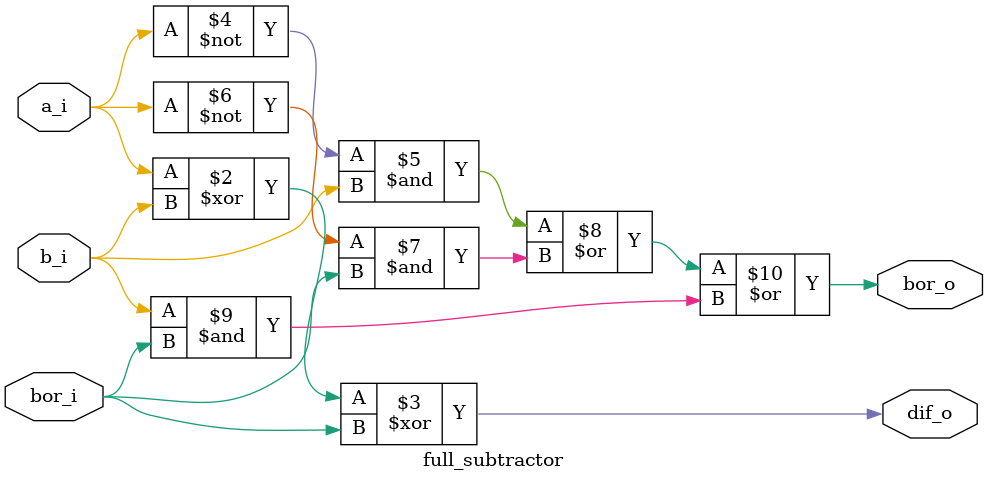
<source format=sv>

module full_subtractor(
  input        a_i  , // Input A
  input        b_i  , // Input B
  input        bor_i, // Borrow Input
  output logic dif_o, // Difference Output
  output logic bor_o  // Borrow Output
);

  always_comb begin
    dif_o = a_i ^ b_i ^ bor_i                            ; // Assign Difference
    bor_o = (~a_i & b_i) | (~a_i & bor_i) | (b_i & bor_i); // Assign Borrow
  end
  
endmodule
</source>
